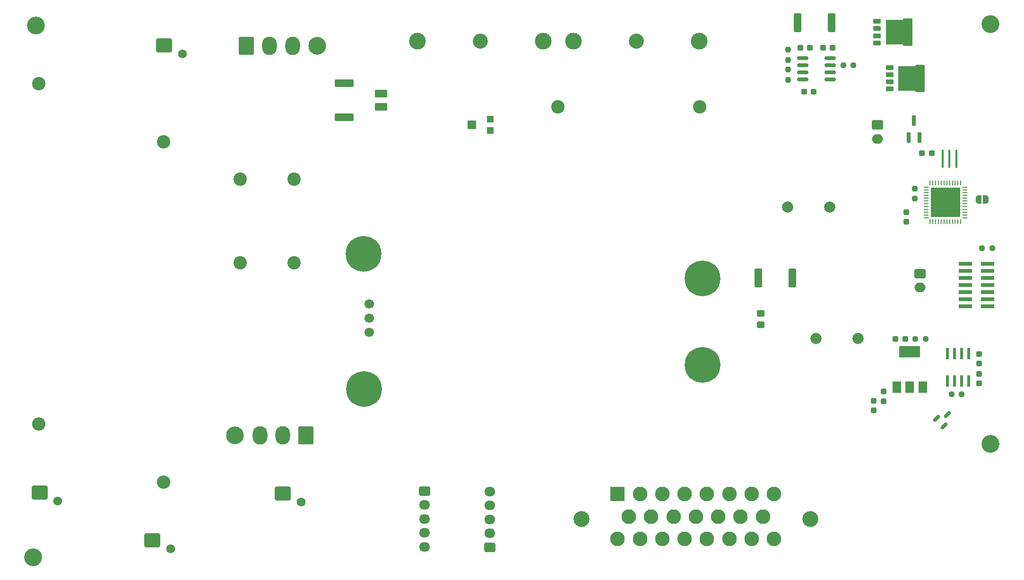
<source format=gbr>
%TF.GenerationSoftware,KiCad,Pcbnew,(6.0.1)*%
%TF.CreationDate,2022-02-14T12:03:10-05:00*%
%TF.ProjectId,high-voltage-board,68696768-2d76-46f6-9c74-6167652d626f,rev?*%
%TF.SameCoordinates,Original*%
%TF.FileFunction,Soldermask,Top*%
%TF.FilePolarity,Negative*%
%FSLAX46Y46*%
G04 Gerber Fmt 4.6, Leading zero omitted, Abs format (unit mm)*
G04 Created by KiCad (PCBNEW (6.0.1)) date 2022-02-14 12:03:10*
%MOMM*%
%LPD*%
G01*
G04 APERTURE LIST*
G04 Aperture macros list*
%AMRoundRect*
0 Rectangle with rounded corners*
0 $1 Rounding radius*
0 $2 $3 $4 $5 $6 $7 $8 $9 X,Y pos of 4 corners*
0 Add a 4 corners polygon primitive as box body*
4,1,4,$2,$3,$4,$5,$6,$7,$8,$9,$2,$3,0*
0 Add four circle primitives for the rounded corners*
1,1,$1+$1,$2,$3*
1,1,$1+$1,$4,$5*
1,1,$1+$1,$6,$7*
1,1,$1+$1,$8,$9*
0 Add four rect primitives between the rounded corners*
20,1,$1+$1,$2,$3,$4,$5,0*
20,1,$1+$1,$4,$5,$6,$7,0*
20,1,$1+$1,$6,$7,$8,$9,0*
20,1,$1+$1,$8,$9,$2,$3,0*%
%AMFreePoly0*
4,1,21,3.024497,2.399497,3.045000,2.350000,3.045000,-2.350000,3.024497,-2.399497,2.975000,-2.420000,1.425000,-2.420000,1.375503,-2.399497,1.355000,-2.350000,1.355000,-2.170000,-1.650000,-2.170000,-1.699497,-2.149497,-1.720000,-2.100000,-1.720000,2.100000,-1.699497,2.149497,-1.650000,2.170000,1.355000,2.170000,1.355000,2.350000,1.375503,2.399497,1.425000,2.420000,2.975000,2.420000,
3.024497,2.399497,3.024497,2.399497,$1*%
%AMFreePoly1*
4,1,22,0.500000,-0.750000,0.000000,-0.750000,0.000000,-0.745033,-0.079941,-0.743568,-0.215256,-0.701293,-0.333266,-0.622738,-0.424486,-0.514219,-0.481581,-0.384460,-0.499164,-0.250000,-0.500000,-0.250000,-0.500000,0.250000,-0.499164,0.250000,-0.499963,0.256109,-0.478152,0.396186,-0.417904,0.524511,-0.324060,0.630769,-0.204165,0.706417,-0.067858,0.745374,0.000000,0.744959,0.000000,0.750000,
0.500000,0.750000,0.500000,-0.750000,0.500000,-0.750000,$1*%
%AMFreePoly2*
4,1,20,0.000000,0.744959,0.073905,0.744508,0.209726,0.703889,0.328688,0.626782,0.421226,0.519385,0.479903,0.390333,0.500000,0.250000,0.500000,-0.250000,0.499851,-0.262216,0.476331,-0.402017,0.414519,-0.529596,0.319384,-0.634700,0.198574,-0.708877,0.061801,-0.746166,0.000000,-0.745033,0.000000,-0.750000,-0.500000,-0.750000,-0.500000,0.750000,0.000000,0.750000,0.000000,0.744959,
0.000000,0.744959,$1*%
G04 Aperture macros list end*
%ADD10C,3.180000*%
%ADD11RoundRect,0.250000X1.070000X-1.400000X1.070000X1.400000X-1.070000X1.400000X-1.070000X-1.400000X0*%
%ADD12O,2.640000X3.300000*%
%ADD13C,3.200000*%
%ADD14C,0.800000*%
%ADD15C,6.400000*%
%ADD16C,1.699848*%
%ADD17C,1.600000*%
%ADD18RoundRect,0.250000X1.150000X-0.980000X1.150000X0.980000X-1.150000X0.980000X-1.150000X-0.980000X0*%
%ADD19R,0.800000X1.900000*%
%ADD20RoundRect,0.237500X-0.287500X-0.237500X0.287500X-0.237500X0.287500X0.237500X-0.287500X0.237500X0*%
%ADD21C,2.000000*%
%ADD22RoundRect,0.237500X0.237500X-0.250000X0.237500X0.250000X-0.237500X0.250000X-0.237500X-0.250000X0*%
%ADD23R,1.500000X2.000000*%
%ADD24R,3.800000X2.000000*%
%ADD25RoundRect,0.237500X-0.300000X-0.237500X0.300000X-0.237500X0.300000X0.237500X-0.300000X0.237500X0*%
%ADD26RoundRect,0.070000X-0.575000X0.350000X-0.575000X-0.350000X0.575000X-0.350000X0.575000X0.350000X0*%
%ADD27FreePoly0,0.000000*%
%ADD28RoundRect,0.250000X-0.725000X0.600000X-0.725000X-0.600000X0.725000X-0.600000X0.725000X0.600000X0*%
%ADD29O,1.950000X1.700000*%
%ADD30RoundRect,0.237500X-0.237500X0.300000X-0.237500X-0.300000X0.237500X-0.300000X0.237500X0.300000X0*%
%ADD31RoundRect,0.237500X0.237500X-0.300000X0.237500X0.300000X-0.237500X0.300000X-0.237500X-0.300000X0*%
%ADD32C,2.400000*%
%ADD33RoundRect,0.250000X-0.750000X0.600000X-0.750000X-0.600000X0.750000X-0.600000X0.750000X0.600000X0*%
%ADD34O,2.000000X1.700000*%
%ADD35FreePoly1,180.000000*%
%ADD36FreePoly2,180.000000*%
%ADD37RoundRect,0.249999X0.450001X1.425001X-0.450001X1.425001X-0.450001X-1.425001X0.450001X-1.425001X0*%
%ADD38R,1.200000X1.200000*%
%ADD39R,1.500000X1.600000*%
%ADD40C,2.700000*%
%ADD41C,3.000000*%
%ADD42RoundRect,0.150000X-0.309359X-0.521491X0.521491X0.309359X0.309359X0.521491X-0.521491X-0.309359X0*%
%ADD43RoundRect,0.249999X1.425001X-0.450001X1.425001X0.450001X-1.425001X0.450001X-1.425001X-0.450001X0*%
%ADD44RoundRect,0.237500X0.250000X0.237500X-0.250000X0.237500X-0.250000X-0.237500X0.250000X-0.237500X0*%
%ADD45RoundRect,0.041300X-0.253700X0.943700X-0.253700X-0.943700X0.253700X-0.943700X0.253700X0.943700X0*%
%ADD46RoundRect,0.249999X-0.450001X-1.425001X0.450001X-1.425001X0.450001X1.425001X-0.450001X1.425001X0*%
%ADD47RoundRect,0.237500X-0.237500X0.250000X-0.237500X-0.250000X0.237500X-0.250000X0.237500X0.250000X0*%
%ADD48C,2.850000*%
%ADD49R,2.625000X2.625000*%
%ADD50C,2.625000*%
%ADD51O,2.400000X2.400000*%
%ADD52RoundRect,0.250001X-0.849999X0.462499X-0.849999X-0.462499X0.849999X-0.462499X0.849999X0.462499X0*%
%ADD53R,0.400000X3.200000*%
%ADD54RoundRect,0.062500X-0.062500X0.337500X-0.062500X-0.337500X0.062500X-0.337500X0.062500X0.337500X0*%
%ADD55RoundRect,0.062500X-0.337500X0.062500X-0.337500X-0.062500X0.337500X-0.062500X0.337500X0.062500X0*%
%ADD56R,5.300000X5.300000*%
%ADD57RoundRect,0.237500X-0.250000X-0.237500X0.250000X-0.237500X0.250000X0.237500X-0.250000X0.237500X0*%
%ADD58RoundRect,0.150000X0.825000X0.150000X-0.825000X0.150000X-0.825000X-0.150000X0.825000X-0.150000X0*%
%ADD59R,2.400000X0.740000*%
%ADD60RoundRect,0.250000X-0.450000X0.325000X-0.450000X-0.325000X0.450000X-0.325000X0.450000X0.325000X0*%
%ADD61RoundRect,0.250000X-1.070000X1.400000X-1.070000X-1.400000X1.070000X-1.400000X1.070000X1.400000X0*%
%ADD62RoundRect,0.250000X0.725000X-0.600000X0.725000X0.600000X-0.725000X0.600000X-0.725000X-0.600000X0*%
G04 APERTURE END LIST*
D10*
%TO.C,J5*%
X104215700Y-48060100D03*
D11*
X91495700Y-48060100D03*
D12*
X95635700Y-48060100D03*
X99775700Y-48060100D03*
%TD*%
D13*
%TO.C,H4*%
X53340000Y-139700000D03*
%TD*%
D14*
%TO.C,U7*%
X112522000Y-87731600D03*
X110815751Y-83612351D03*
D15*
X112522000Y-85318600D03*
D14*
X114228249Y-87024849D03*
X110815751Y-87024849D03*
X110109000Y-85318600D03*
X112522000Y-82905600D03*
X114228249Y-83612351D03*
X114935000Y-85318600D03*
D16*
X113538000Y-94335600D03*
X113538000Y-96875600D03*
X113538000Y-99415600D03*
D14*
X112613440Y-111988600D03*
X114980720Y-109529880D03*
X110154720Y-109621320D03*
X112522000Y-107162600D03*
X110893800Y-111314178D03*
X114241640Y-107837022D03*
X110829142Y-107901680D03*
X114306298Y-111249520D03*
D15*
X112567720Y-109575600D03*
D14*
X171521751Y-106963849D03*
X171521751Y-103551351D03*
X175641000Y-105257600D03*
D15*
X173228000Y-105257600D03*
D14*
X173228000Y-102844600D03*
X170815000Y-105257600D03*
X173228000Y-107670600D03*
X174934249Y-106963849D03*
X174934249Y-103551351D03*
X171521751Y-91469849D03*
X174934249Y-88057351D03*
D15*
X173228000Y-89763600D03*
D14*
X174934249Y-91469849D03*
X175641000Y-89763600D03*
X170815000Y-89763600D03*
X173228000Y-92176600D03*
X173228000Y-87350600D03*
X171521751Y-88057351D03*
%TD*%
D17*
%TO.C,J11*%
X77926000Y-138152000D03*
D18*
X74676000Y-136652000D03*
%TD*%
D13*
%TO.C,H2*%
X224790000Y-119380000D03*
%TD*%
D19*
%TO.C,Q3*%
X210124000Y-64492000D03*
X212024000Y-64492000D03*
X211074000Y-61492000D03*
%TD*%
D20*
%TO.C,D2*%
X207772000Y-100584000D03*
X209522000Y-100584000D03*
%TD*%
D21*
%TO.C,C23*%
X193541700Y-100510100D03*
X201041700Y-100510100D03*
%TD*%
D22*
%TO.C,R3*%
X188528700Y-54178600D03*
X188528700Y-52353600D03*
%TD*%
D23*
%TO.C,U4*%
X208012000Y-109195000D03*
D24*
X210312000Y-102895000D03*
D23*
X210312000Y-109195000D03*
X212612000Y-109195000D03*
%TD*%
D22*
%TO.C,R4*%
X188528700Y-50622600D03*
X188528700Y-48797600D03*
%TD*%
D25*
%TO.C,C10*%
X212497500Y-67310000D03*
X214222500Y-67310000D03*
%TD*%
D13*
%TO.C,H3*%
X53848000Y-44450000D03*
%TD*%
D26*
%TO.C,Q2*%
X206683700Y-51992100D03*
X206683700Y-53262100D03*
X206683700Y-54542100D03*
X206683700Y-55812100D03*
D27*
X209953700Y-53902100D03*
%TD*%
D28*
%TO.C,J9*%
X123374000Y-127831600D03*
D29*
X123374000Y-130331600D03*
X123374000Y-132831600D03*
X123374000Y-135331600D03*
X123374000Y-137831600D03*
%TD*%
D30*
%TO.C,C3*%
X222758000Y-106833500D03*
X222758000Y-108558500D03*
%TD*%
D31*
%TO.C,C1*%
X209677000Y-79602500D03*
X209677000Y-77877500D03*
%TD*%
D21*
%TO.C,C22*%
X188461700Y-77015100D03*
X195961700Y-77015100D03*
%TD*%
D32*
%TO.C,C2*%
X90424000Y-72002000D03*
X90424000Y-87002000D03*
%TD*%
D33*
%TO.C,J7*%
X212150700Y-88900000D03*
D34*
X212150700Y-91400000D03*
%TD*%
D32*
%TO.C,C19*%
X100076000Y-72002000D03*
X100076000Y-87002000D03*
%TD*%
D13*
%TO.C,H1*%
X224790000Y-44196000D03*
%TD*%
D35*
%TO.C,JP1*%
X223916000Y-75590400D03*
D36*
X222616000Y-75590400D03*
%TD*%
D25*
%TO.C,C5*%
X191375700Y-56314100D03*
X193100700Y-56314100D03*
%TD*%
D37*
%TO.C,R20*%
X189292700Y-89715100D03*
X183192700Y-89715100D03*
%TD*%
D38*
%TO.C,RV1*%
X135150000Y-63230000D03*
D39*
X131900000Y-62230000D03*
D38*
X135150000Y-61230000D03*
%TD*%
D31*
%TO.C,C7*%
X222758000Y-105002500D03*
X222758000Y-103277500D03*
%TD*%
D40*
%TO.C,F1*%
X161350700Y-47297100D03*
D41*
X172600700Y-47297100D03*
X150100700Y-47297100D03*
%TD*%
D42*
%TO.C,D3*%
X215073336Y-114799161D03*
X216416839Y-116142664D03*
X217070913Y-114145087D03*
%TD*%
D43*
%TO.C,R15*%
X109026700Y-60888100D03*
X109026700Y-54788100D03*
%TD*%
D17*
%TO.C,J3*%
X80018700Y-49559100D03*
D18*
X76768700Y-48059100D03*
%TD*%
D40*
%TO.C,F2*%
X133410700Y-47297100D03*
D41*
X122160700Y-47297100D03*
X144660700Y-47297100D03*
%TD*%
D25*
%TO.C,C6*%
X190714200Y-48440100D03*
X192439200Y-48440100D03*
%TD*%
D44*
%TO.C,R13*%
X219606500Y-110490000D03*
X217781500Y-110490000D03*
%TD*%
D33*
%TO.C,J12*%
X204487000Y-62250000D03*
D34*
X204487000Y-64750000D03*
%TD*%
D25*
%TO.C,C4*%
X194778200Y-48440100D03*
X196503200Y-48440100D03*
%TD*%
D45*
%TO.C,U1*%
X220853000Y-103189000D03*
X219583000Y-103189000D03*
X218313000Y-103189000D03*
X217043000Y-103189000D03*
X217043000Y-108139000D03*
X218313000Y-108139000D03*
X219583000Y-108139000D03*
X220853000Y-108139000D03*
%TD*%
D46*
%TO.C,R6*%
X190177700Y-43995100D03*
X196277700Y-43995100D03*
%TD*%
D47*
%TO.C,R12*%
X211201000Y-73636500D03*
X211201000Y-75461500D03*
%TD*%
D26*
%TO.C,Q1*%
X204421700Y-43736100D03*
X204421700Y-45006100D03*
X204421700Y-46286100D03*
X204421700Y-47556100D03*
D27*
X207691700Y-45646100D03*
%TD*%
D31*
%TO.C,C12*%
X205613000Y-111733500D03*
X205613000Y-110008500D03*
%TD*%
D48*
%TO.C,J1*%
X151487200Y-132887600D03*
X192487200Y-132887600D03*
D49*
X157987200Y-128387600D03*
D50*
X161987200Y-128387600D03*
X165987200Y-128387600D03*
X169987200Y-128387600D03*
X173987200Y-128387600D03*
X177987200Y-128387600D03*
X181987200Y-128387600D03*
X185987200Y-128387600D03*
X159987200Y-132387600D03*
X163987200Y-132387600D03*
X167987200Y-132387600D03*
X171987200Y-132387600D03*
X175987200Y-132387600D03*
X179987200Y-132387600D03*
X183987200Y-132387600D03*
X157987200Y-136387600D03*
X161987200Y-136387600D03*
X165987200Y-136387600D03*
X169987200Y-136387600D03*
X173987200Y-136387600D03*
X177987200Y-136387600D03*
X181987200Y-136387600D03*
X185987200Y-136387600D03*
%TD*%
D32*
%TO.C,R9*%
X54356000Y-54864000D03*
D51*
X54356000Y-115824000D03*
%TD*%
D31*
%TO.C,C9*%
X203835000Y-113384500D03*
X203835000Y-111659500D03*
%TD*%
D52*
%TO.C,L1*%
X115630700Y-56675600D03*
X115630700Y-59000600D03*
%TD*%
D53*
%TO.C,Y1*%
X216224000Y-68326000D03*
X217424000Y-68326000D03*
X218624000Y-68326000D03*
%TD*%
D32*
%TO.C,R1*%
X147269200Y-59029600D03*
D51*
X172669200Y-59029600D03*
%TD*%
D54*
%TO.C,U5*%
X219437700Y-72687600D03*
X218937700Y-72687600D03*
X218437700Y-72687600D03*
X217937700Y-72687600D03*
X217437700Y-72687600D03*
X216937700Y-72687600D03*
X216437700Y-72687600D03*
X215937700Y-72687600D03*
X215437700Y-72687600D03*
X214937700Y-72687600D03*
X214437700Y-72687600D03*
X213937700Y-72687600D03*
D55*
X213237700Y-73387600D03*
X213237700Y-73887600D03*
X213237700Y-74387600D03*
X213237700Y-74887600D03*
X213237700Y-75387600D03*
X213237700Y-75887600D03*
X213237700Y-76387600D03*
X213237700Y-76887600D03*
X213237700Y-77387600D03*
X213237700Y-77887600D03*
X213237700Y-78387600D03*
X213237700Y-78887600D03*
D54*
X213937700Y-79587600D03*
X214437700Y-79587600D03*
X214937700Y-79587600D03*
X215437700Y-79587600D03*
X215937700Y-79587600D03*
X216437700Y-79587600D03*
X216937700Y-79587600D03*
X217437700Y-79587600D03*
X217937700Y-79587600D03*
X218437700Y-79587600D03*
X218937700Y-79587600D03*
X219437700Y-79587600D03*
D55*
X220137700Y-78887600D03*
X220137700Y-78387600D03*
X220137700Y-77887600D03*
X220137700Y-77387600D03*
X220137700Y-76887600D03*
X220137700Y-76387600D03*
X220137700Y-75887600D03*
X220137700Y-75387600D03*
X220137700Y-74887600D03*
X220137700Y-74387600D03*
X220137700Y-73887600D03*
X220137700Y-73387600D03*
D56*
X216687700Y-76137600D03*
%TD*%
D57*
%TO.C,R7*%
X211304500Y-100584000D03*
X213129500Y-100584000D03*
%TD*%
D58*
%TO.C,U3*%
X196083700Y-54155100D03*
X196083700Y-52885100D03*
X196083700Y-51615100D03*
X196083700Y-50345100D03*
X191133700Y-50345100D03*
X191133700Y-51615100D03*
X191133700Y-52885100D03*
X191133700Y-54155100D03*
%TD*%
D17*
%TO.C,J4*%
X101294000Y-129770000D03*
D18*
X98044000Y-128270000D03*
%TD*%
D59*
%TO.C,J10*%
X224200000Y-94742000D03*
X220300000Y-94742000D03*
X224200000Y-93472000D03*
X220300000Y-93472000D03*
X224200000Y-92202000D03*
X220300000Y-92202000D03*
X224200000Y-90932000D03*
X220300000Y-90932000D03*
X224200000Y-89662000D03*
X220300000Y-89662000D03*
X224200000Y-88392000D03*
X220300000Y-88392000D03*
X224200000Y-87122000D03*
X220300000Y-87122000D03*
%TD*%
D32*
%TO.C,R10*%
X76708000Y-65278000D03*
D51*
X76708000Y-126238000D03*
%TD*%
D60*
%TO.C,L2*%
X183642000Y-95994000D03*
X183642000Y-98044000D03*
%TD*%
D10*
%TO.C,J6*%
X89464000Y-117856000D03*
D61*
X102184000Y-117856000D03*
D12*
X98044000Y-117856000D03*
X93904000Y-117856000D03*
%TD*%
D62*
%TO.C,J2*%
X135125200Y-137911600D03*
D29*
X135125200Y-135411600D03*
X135125200Y-132911600D03*
X135125200Y-130411600D03*
X135125200Y-127911600D03*
%TD*%
D44*
%TO.C,R5*%
X200236200Y-51615100D03*
X198411200Y-51615100D03*
%TD*%
%TO.C,R11*%
X225091000Y-84328000D03*
X223266000Y-84328000D03*
%TD*%
D17*
%TO.C,J8*%
X57733000Y-129643000D03*
D18*
X54483000Y-128143000D03*
%TD*%
M02*

</source>
